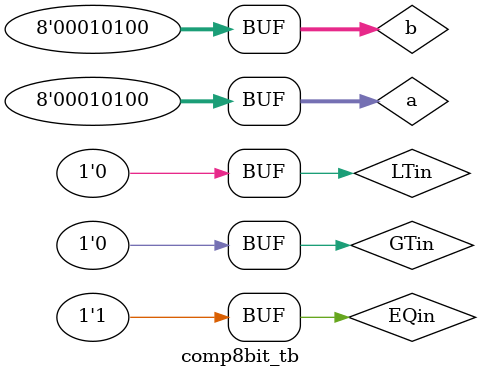
<source format=v>
`timescale 1ns / 1ps


module HW3_Q4_comp4bit(
    input [3:0]a, 
    input [3:0]b,
    input EQin,
    input GTin,
    input LTin,
    output reg EQout,
    output reg GTout,
    output reg LTout
    );

always @(a,b,EQin,GTin,LTin)begin
    if(a > b)begin
        GTout <= 1;
        EQout <= 0;
        LTout <= 0;
    end
    else if (a == b) begin
        if(EQin) begin
            GTout <= 0;
            EQout <= 1;
            LTout <= 0;
        end
        else if(GTin) begin
            GTout <= 1;
            EQout <= 0;
            LTout <= 0;
        end
        else if(LTin)begin
            GTout <= 0;
            EQout <= 0;
            LTout <= 1;
        end
    else begin
        EQout <= 1;
        GTout <= 0;
        LTout <= 0;
    end
    
    end
    else if(a < b)begin
        GTout <= 0;
        EQout <= 0;
        LTout <= 1;
    end
        end
endmodule

module HW3_Q4_comp4bit_tb();
reg [3:0]a = 0, b = 0;
reg EQin = 0, GTin = 0, LTin = 0;
wire EQout, GTout, LTout;
HW3_Q4_comp4bit dut2(a,b,EQin,GTin,LTin,EQout,GTout,LTout);


initial begin
    a = 5;
    b = 3;
    #10
    a = 12;
    b = 12;
    #10
    a = 11;
    b = 14;
    #10
    a = 7;
    b = 7;
    GTin = 1;
    #10
    a = 7;
    b = 7;
    GTin = 0;
    LTin = 1;
    #10
    a = 7;
    b = 7;
    LTin = 0;
    EQin = 1;
    #10;
    
end

endmodule

module comp8bit(
input [7:0]a, 
input [7:0]b,
input EQin,
input GTin,
input LTin,
output reg EQout,
output reg GTout,
output reg LTout
);

always @(a,b,EQin,GTin,LTin)begin
    if(a > b)begin
        GTout <= 1;
        EQout <= 0;
        LTout <= 0;       
    end
    else if (a == b) begin
        if(EQin) begin
            GTout <= 0;
            EQout <= 1;
            LTout <= 0;
        end
        else if(GTin) begin
            GTout <= 1;
            EQout <= 0;
            LTout <= 0;
        end
        else if(LTin)begin
            GTout <= 0;
            EQout <= 0;
            LTout <= 1;
        end
    else begin
        EQout <= 1;
        GTout <= 0;
        LTout <= 0;
    end
    
    end
    else if(a < b)begin
        GTout <= 0;
        EQout <= 0;
        LTout <= 1;
    end
        end

endmodule

module comp8bit_tb();
reg [7:0]a = 0, b = 0;
reg EQin = 0, GTin = 0, LTin = 0;
wire EQout, GTout, LTout;
comp8bit dut3(a,b,EQin,GTin,LTin,EQout,GTout,LTout);
initial begin
    a = 5;
    b = 3;
    #10
    a = 12;
    b = 12;
    #10
    a = 11;
    b = 14;
    #10
    a = 7;
    b = 7;
    GTin = 1;
    #10
    a = 7;
    b = 7;
    GTin = 0;
    LTin = 1;
    #10
    a = 7;
    b = 7;
    LTin = 0;
    EQin = 1;
    #10
    EQin = 0;
    a = 25;
    b = 20;
    #10
    a = 30;
    b = 30;
    #10
    a = 22;
    b = 32;
    #10
    a = 20;
    b = 20;
    GTin = 1;
    #10
    a = 20;
    b = 20;
    GTin = 0;
    LTin = 1;
    #10
    a = 20;
    b = 20;
    LTin = 0;
    EQin = 1;
    #10;    
end
    
endmodule
</source>
